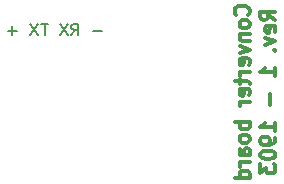
<source format=gbo>
G04 #@! TF.GenerationSoftware,KiCad,Pcbnew,(5.0.0)*
G04 #@! TF.CreationDate,2019-01-18T23:40:16+01:00*
G04 #@! TF.ProjectId,converterboard,636F6E766572746572626F6172642E6B,rev?*
G04 #@! TF.SameCoordinates,Original*
G04 #@! TF.FileFunction,Legend,Bot*
G04 #@! TF.FilePolarity,Positive*
%FSLAX46Y46*%
G04 Gerber Fmt 4.6, Leading zero omitted, Abs format (unit mm)*
G04 Created by KiCad (PCBNEW (5.0.0)) date 01/18/19 23:40:16*
%MOMM*%
%LPD*%
G01*
G04 APERTURE LIST*
%ADD10C,0.300000*%
%ADD11C,0.200000*%
G04 APERTURE END LIST*
D10*
X189108928Y-101452380D02*
X189168452Y-101392857D01*
X189227976Y-101214285D01*
X189227976Y-101095238D01*
X189168452Y-100916666D01*
X189049404Y-100797619D01*
X188930357Y-100738095D01*
X188692261Y-100678571D01*
X188513690Y-100678571D01*
X188275595Y-100738095D01*
X188156547Y-100797619D01*
X188037500Y-100916666D01*
X187977976Y-101095238D01*
X187977976Y-101214285D01*
X188037500Y-101392857D01*
X188097023Y-101452380D01*
X189227976Y-102166666D02*
X189168452Y-102047619D01*
X189108928Y-101988095D01*
X188989880Y-101928571D01*
X188632738Y-101928571D01*
X188513690Y-101988095D01*
X188454166Y-102047619D01*
X188394642Y-102166666D01*
X188394642Y-102345238D01*
X188454166Y-102464285D01*
X188513690Y-102523809D01*
X188632738Y-102583333D01*
X188989880Y-102583333D01*
X189108928Y-102523809D01*
X189168452Y-102464285D01*
X189227976Y-102345238D01*
X189227976Y-102166666D01*
X188394642Y-103119047D02*
X189227976Y-103119047D01*
X188513690Y-103119047D02*
X188454166Y-103178571D01*
X188394642Y-103297619D01*
X188394642Y-103476190D01*
X188454166Y-103595238D01*
X188573214Y-103654761D01*
X189227976Y-103654761D01*
X188394642Y-104130952D02*
X189227976Y-104428571D01*
X188394642Y-104726190D01*
X189168452Y-105678571D02*
X189227976Y-105559523D01*
X189227976Y-105321428D01*
X189168452Y-105202380D01*
X189049404Y-105142857D01*
X188573214Y-105142857D01*
X188454166Y-105202380D01*
X188394642Y-105321428D01*
X188394642Y-105559523D01*
X188454166Y-105678571D01*
X188573214Y-105738095D01*
X188692261Y-105738095D01*
X188811309Y-105142857D01*
X189227976Y-106273809D02*
X188394642Y-106273809D01*
X188632738Y-106273809D02*
X188513690Y-106333333D01*
X188454166Y-106392857D01*
X188394642Y-106511904D01*
X188394642Y-106630952D01*
X188394642Y-106869047D02*
X188394642Y-107345238D01*
X187977976Y-107047619D02*
X189049404Y-107047619D01*
X189168452Y-107107142D01*
X189227976Y-107226190D01*
X189227976Y-107345238D01*
X189168452Y-108238095D02*
X189227976Y-108119047D01*
X189227976Y-107880952D01*
X189168452Y-107761904D01*
X189049404Y-107702380D01*
X188573214Y-107702380D01*
X188454166Y-107761904D01*
X188394642Y-107880952D01*
X188394642Y-108119047D01*
X188454166Y-108238095D01*
X188573214Y-108297619D01*
X188692261Y-108297619D01*
X188811309Y-107702380D01*
X189227976Y-108833333D02*
X188394642Y-108833333D01*
X188632738Y-108833333D02*
X188513690Y-108892857D01*
X188454166Y-108952380D01*
X188394642Y-109071428D01*
X188394642Y-109190476D01*
X189227976Y-110559523D02*
X187977976Y-110559523D01*
X188454166Y-110559523D02*
X188394642Y-110678571D01*
X188394642Y-110916666D01*
X188454166Y-111035714D01*
X188513690Y-111095238D01*
X188632738Y-111154761D01*
X188989880Y-111154761D01*
X189108928Y-111095238D01*
X189168452Y-111035714D01*
X189227976Y-110916666D01*
X189227976Y-110678571D01*
X189168452Y-110559523D01*
X189227976Y-111869047D02*
X189168452Y-111750000D01*
X189108928Y-111690476D01*
X188989880Y-111630952D01*
X188632738Y-111630952D01*
X188513690Y-111690476D01*
X188454166Y-111750000D01*
X188394642Y-111869047D01*
X188394642Y-112047619D01*
X188454166Y-112166666D01*
X188513690Y-112226190D01*
X188632738Y-112285714D01*
X188989880Y-112285714D01*
X189108928Y-112226190D01*
X189168452Y-112166666D01*
X189227976Y-112047619D01*
X189227976Y-111869047D01*
X189227976Y-113357142D02*
X188573214Y-113357142D01*
X188454166Y-113297619D01*
X188394642Y-113178571D01*
X188394642Y-112940476D01*
X188454166Y-112821428D01*
X189168452Y-113357142D02*
X189227976Y-113238095D01*
X189227976Y-112940476D01*
X189168452Y-112821428D01*
X189049404Y-112761904D01*
X188930357Y-112761904D01*
X188811309Y-112821428D01*
X188751785Y-112940476D01*
X188751785Y-113238095D01*
X188692261Y-113357142D01*
X189227976Y-113952380D02*
X188394642Y-113952380D01*
X188632738Y-113952380D02*
X188513690Y-114011904D01*
X188454166Y-114071428D01*
X188394642Y-114190476D01*
X188394642Y-114309523D01*
X189227976Y-115261904D02*
X187977976Y-115261904D01*
X189168452Y-115261904D02*
X189227976Y-115142857D01*
X189227976Y-114904761D01*
X189168452Y-114785714D01*
X189108928Y-114726190D01*
X188989880Y-114666666D01*
X188632738Y-114666666D01*
X188513690Y-114726190D01*
X188454166Y-114785714D01*
X188394642Y-114904761D01*
X188394642Y-115142857D01*
X188454166Y-115261904D01*
X191402976Y-101898809D02*
X190807738Y-101482142D01*
X191402976Y-101184523D02*
X190152976Y-101184523D01*
X190152976Y-101660714D01*
X190212500Y-101779761D01*
X190272023Y-101839285D01*
X190391071Y-101898809D01*
X190569642Y-101898809D01*
X190688690Y-101839285D01*
X190748214Y-101779761D01*
X190807738Y-101660714D01*
X190807738Y-101184523D01*
X191343452Y-102910714D02*
X191402976Y-102791666D01*
X191402976Y-102553571D01*
X191343452Y-102434523D01*
X191224404Y-102375000D01*
X190748214Y-102375000D01*
X190629166Y-102434523D01*
X190569642Y-102553571D01*
X190569642Y-102791666D01*
X190629166Y-102910714D01*
X190748214Y-102970238D01*
X190867261Y-102970238D01*
X190986309Y-102375000D01*
X190569642Y-103386904D02*
X191402976Y-103684523D01*
X190569642Y-103982142D01*
X191283928Y-104458333D02*
X191343452Y-104517857D01*
X191402976Y-104458333D01*
X191343452Y-104398809D01*
X191283928Y-104458333D01*
X191402976Y-104458333D01*
X191402976Y-106660714D02*
X191402976Y-105946428D01*
X191402976Y-106303571D02*
X190152976Y-106303571D01*
X190331547Y-106184523D01*
X190450595Y-106065476D01*
X190510119Y-105946428D01*
X190926785Y-108148809D02*
X190926785Y-109101190D01*
X191402976Y-111303571D02*
X191402976Y-110589285D01*
X191402976Y-110946428D02*
X190152976Y-110946428D01*
X190331547Y-110827380D01*
X190450595Y-110708333D01*
X190510119Y-110589285D01*
X191402976Y-111898809D02*
X191402976Y-112136904D01*
X191343452Y-112255952D01*
X191283928Y-112315476D01*
X191105357Y-112434523D01*
X190867261Y-112494047D01*
X190391071Y-112494047D01*
X190272023Y-112434523D01*
X190212500Y-112374999D01*
X190152976Y-112255952D01*
X190152976Y-112017857D01*
X190212500Y-111898809D01*
X190272023Y-111839285D01*
X190391071Y-111779761D01*
X190688690Y-111779761D01*
X190807738Y-111839285D01*
X190867261Y-111898809D01*
X190926785Y-112017857D01*
X190926785Y-112255952D01*
X190867261Y-112374999D01*
X190807738Y-112434523D01*
X190688690Y-112494047D01*
X190152976Y-113267857D02*
X190152976Y-113386904D01*
X190212500Y-113505952D01*
X190272023Y-113565476D01*
X190391071Y-113624999D01*
X190629166Y-113684523D01*
X190926785Y-113684523D01*
X191164880Y-113624999D01*
X191283928Y-113565476D01*
X191343452Y-113505952D01*
X191402976Y-113386904D01*
X191402976Y-113267857D01*
X191343452Y-113148809D01*
X191283928Y-113089285D01*
X191164880Y-113029761D01*
X190926785Y-112970238D01*
X190629166Y-112970238D01*
X190391071Y-113029761D01*
X190272023Y-113089285D01*
X190212500Y-113148809D01*
X190152976Y-113267857D01*
X190152976Y-114101190D02*
X190152976Y-114874999D01*
X190629166Y-114458333D01*
X190629166Y-114636904D01*
X190688690Y-114755952D01*
X190748214Y-114815476D01*
X190867261Y-114874999D01*
X191164880Y-114874999D01*
X191283928Y-114815476D01*
X191343452Y-114755952D01*
X191402976Y-114636904D01*
X191402976Y-114279761D01*
X191343452Y-114160714D01*
X191283928Y-114101190D01*
D11*
X176726190Y-102821428D02*
X175964285Y-102821428D01*
X174154761Y-103202380D02*
X174488095Y-102726190D01*
X174726190Y-103202380D02*
X174726190Y-102202380D01*
X174345238Y-102202380D01*
X174250000Y-102250000D01*
X174202380Y-102297619D01*
X174154761Y-102392857D01*
X174154761Y-102535714D01*
X174202380Y-102630952D01*
X174250000Y-102678571D01*
X174345238Y-102726190D01*
X174726190Y-102726190D01*
X173821428Y-102202380D02*
X173154761Y-103202380D01*
X173154761Y-102202380D02*
X173821428Y-103202380D01*
X172154761Y-102202380D02*
X171583333Y-102202380D01*
X171869047Y-103202380D02*
X171869047Y-102202380D01*
X171345238Y-102202380D02*
X170678571Y-103202380D01*
X170678571Y-102202380D02*
X171345238Y-103202380D01*
X169535714Y-102821428D02*
X168773809Y-102821428D01*
X169154761Y-103202380D02*
X169154761Y-102440476D01*
M02*

</source>
